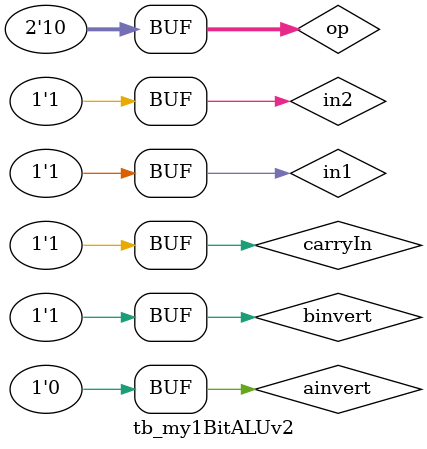
<source format=v>
`timescale 1ns/1ns

module tb_my1BitALUv2();

	reg in1, in2, carryIn, ainvert, binvert;
	reg [1:0]op;
	
	wire carryOut, result;
	
	my1BitALUv2 UUT(in1, in2, carryIn, ainvert, binvert, op, carryOut, result);
	
	
	initial begin
	// testing a AND b 
	#5  in1 = 0; in2 = 0; carryIn = 0; ainvert = 0; binvert = 0; op = 0;
	#5 	in1 = 0; in2 = 1; carryIn = 0; ainvert = 0; binvert = 0; op=0;
	#5 	in1 = 1; in2 = 0; carryIn = 0; ainvert = 0; binvert = 0; op=0;
	#5 	in1 = 1; in2 = 1; carryIn = 0; ainvert = 0; binvert = 0; op=0;

	// testing a AND ~b
	#5 	in1 = 0; in2 = 0; carryIn = 0; ainvert = 0; binvert = 1; op = 0;
	#5 	in1 = 0; in2 = 1; carryIn = 0; ainvert = 0; binvert = 1; op = 0;
	#5 	in1 = 1; in2 = 0; carryIn = 0; ainvert = 0; binvert = 1; op = 0;
	#5 	in1 = 1; in2 = 1; carryIn = 0; ainvert = 0; binvert = 1; op = 0;
	
	// testing ~a AND ~b
	#5 	in1 = 0; in2 = 0; carryIn = 0; ainvert = 1; binvert = 1; op = 0;
	#5 	in1 = 0; in2 = 1; carryIn = 0; ainvert = 1; binvert = 1; op = 0;
	#5 	in1 = 1; in2 = 0; carryIn = 0; ainvert = 1; binvert = 1; op = 0;
	#5 	in1 = 1; in2 = 1; carryIn = 0; ainvert = 1; binvert = 1; op = 0;	

	// testing a OR b 
	#5  in1 = 0; in2 = 0; carryIn = 0; ainvert = 0; binvert = 0; op = 1;
	#5 	in1 = 0; in2 = 1; carryIn = 0; ainvert = 0; binvert = 0; op = 1;
	#5 	in1 = 1; in2 = 0; carryIn = 0; ainvert = 0; binvert = 0; op = 1;
	#5 	in1 = 1; in2 = 1; carryIn = 0; ainvert = 0; binvert = 0; op = 1;

	// testing a OR ~b
	#5 	in1 = 0; in2 = 0; carryIn = 0; ainvert = 0; binvert = 1; op = 1;
	#5 	in1 = 0; in2 = 1; carryIn = 0; ainvert = 0; binvert = 1; op = 1;
	#5 	in1 = 1; in2 = 0; carryIn = 0; ainvert = 0; binvert = 1; op = 1;
	#5 	in1 = 1; in2 = 1; carryIn = 0; ainvert = 0; binvert = 1; op = 1;
	
	// testing ~a OR ~b
	#5 	in1 = 0; in2 = 0; carryIn = 0; ainvert = 1; binvert = 1; op = 1;
	#5 	in1 = 0; in2 = 1; carryIn = 0; ainvert = 1; binvert = 1; op = 1;
	#5 	in1 = 1; in2 = 0; carryIn = 0; ainvert = 1; binvert = 1; op = 1;
	#5 	in1 = 1; in2 = 1; carryIn = 0; ainvert = 1; binvert = 1; op = 1;	
	
	// testing a + b
	#5 	in1 = 0; in2 = 0; carryIn = 0; ainvert = 0; binvert = 0; op = 2;	
	#5 	in1 = 0; in2 = 0; carryIn = 1; ainvert = 0; binvert = 0; op = 2;
	#5 	in1 = 0; in2 = 1; carryIn = 0; ainvert = 0; binvert = 0; op = 2;
	#5 	in1 = 0; in2 = 1; carryIn = 1; ainvert = 0; binvert = 0; op = 2;
	#5 	in1 = 1; in2 = 0; carryIn = 0; ainvert = 0; binvert = 0; op = 2;
	#5 	in1 = 1; in2 = 0; carryIn = 1; ainvert = 0; binvert = 0; op = 2;
	#5 	in1 = 1; in2 = 1; carryIn = 0; ainvert = 0; binvert = 0; op = 2;
	#5 	in1 = 1; in2 = 1; carryIn = 1; ainvert = 0; binvert = 0; op = 2;
	
	// testing a + ~b => (a - b)
	#5 	in1 = 0; in2 = 0; carryIn = 1; ainvert = 0; binvert = 1; op = 2; // shouldn't make too much sense since can't be a -0...
	#5 	in1 = 0; in2 = 1; carryIn = 1; ainvert = 0; binvert = 1; op = 2;
	#5 	in1 = 1; in2 = 0; carryIn = 1; ainvert = 0; binvert = 1; op = 2;
	#5 	in1 = 1; in2 = 1; carryIn = 1; ainvert = 0; binvert = 1; op = 2;

	// I don't think this should be tested, since it'll be mostly undefined behavior? Only complementing 1 bit...
	// testing -a - b
	/*
	#5 	in1 = 0; in2 = 0; carryIn = 1; ainvert = 0; binvert = 1; op = 2; // shouldn't make too much sense since can't be a -0...
	#5 	in1 = 0; in2 = 1; carryIn = 1; ainvert = 0; binvert = 1; op = 2;
	#5 	in1 = 1; in2 = 0; carryIn = 1; ainvert = 0; binvert = 1; op = 2;
	#5 	in1 = 1; in2 = 1; carryIn = 1; ainvert = 0; binvert = 1; op = 2;	
	*/

	end

endmodule
</source>
